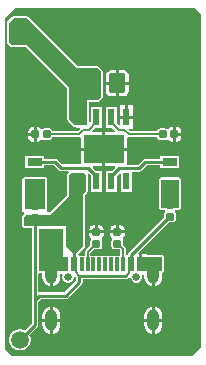
<source format=gtl>
G04*
G04 #@! TF.GenerationSoftware,Altium Limited,Altium Designer,24.2.2 (26)*
G04*
G04 Layer_Physical_Order=1*
G04 Layer_Color=255*
%FSLAX44Y44*%
%MOMM*%
G71*
G04*
G04 #@! TF.SameCoordinates,EEB9E67A-43F7-4525-8043-77EAD86446EF*
G04*
G04*
G04 #@! TF.FilePolarity,Positive*
G04*
G01*
G75*
%ADD11C,0.1524*%
%ADD13C,0.2032*%
G04:AMPARAMS|DCode=14|XSize=0.6mm|YSize=0.7mm|CornerRadius=0.075mm|HoleSize=0mm|Usage=FLASHONLY|Rotation=90.000|XOffset=0mm|YOffset=0mm|HoleType=Round|Shape=RoundedRectangle|*
%AMROUNDEDRECTD14*
21,1,0.6000,0.5500,0,0,90.0*
21,1,0.4500,0.7000,0,0,90.0*
1,1,0.1500,0.2750,0.2250*
1,1,0.1500,0.2750,-0.2250*
1,1,0.1500,-0.2750,-0.2250*
1,1,0.1500,-0.2750,0.2250*
%
%ADD14ROUNDEDRECTD14*%
G04:AMPARAMS|DCode=15|XSize=0.6mm|YSize=0.7mm|CornerRadius=0.075mm|HoleSize=0mm|Usage=FLASHONLY|Rotation=0.000|XOffset=0mm|YOffset=0mm|HoleType=Round|Shape=RoundedRectangle|*
%AMROUNDEDRECTD15*
21,1,0.6000,0.5500,0,0,0.0*
21,1,0.4500,0.7000,0,0,0.0*
1,1,0.1500,0.2250,-0.2750*
1,1,0.1500,-0.2250,-0.2750*
1,1,0.1500,-0.2250,0.2750*
1,1,0.1500,0.2250,0.2750*
%
%ADD15ROUNDEDRECTD15*%
%ADD16R,1.3000X0.7000*%
%ADD17R,0.5588X1.4605*%
G04:AMPARAMS|DCode=18|XSize=1.4mm|YSize=1.7mm|CornerRadius=0.175mm|HoleSize=0mm|Usage=FLASHONLY|Rotation=180.000|XOffset=0mm|YOffset=0mm|HoleType=Round|Shape=RoundedRectangle|*
%AMROUNDEDRECTD18*
21,1,1.4000,1.3500,0,0,180.0*
21,1,1.0500,1.7000,0,0,180.0*
1,1,0.3500,-0.5250,0.6750*
1,1,0.3500,0.5250,0.6750*
1,1,0.3500,0.5250,-0.6750*
1,1,0.3500,-0.5250,-0.6750*
%
%ADD18ROUNDEDRECTD18*%
%ADD19R,0.3048X1.1430*%
%ADD20R,0.7000X1.3000*%
%ADD24R,3.3528X2.3622*%
%ADD30R,0.5842X1.1430*%
%ADD31C,0.2540*%
%ADD32R,1.8758X1.1532*%
%ADD33R,2.0320X3.5662*%
%ADD34R,1.7780X2.5400*%
%ADD35R,1.5240X2.4130*%
%ADD36C,0.6604*%
%ADD37O,0.9906X2.1082*%
%ADD38O,0.9906X1.8034*%
%ADD39C,1.5000*%
%ADD40C,0.6096*%
G36*
X166370Y294640D02*
Y12700D01*
X158750Y5080D01*
X6350D01*
X-0Y11430D01*
X0Y290830D01*
X8890Y299720D01*
X161290D01*
X166370Y294640D01*
D02*
G37*
%LPC*%
G36*
X100500Y247344D02*
X96520D01*
Y237490D01*
X104874D01*
Y242970D01*
X104541Y244644D01*
X103593Y246063D01*
X102174Y247011D01*
X100500Y247344D01*
D02*
G37*
G36*
X93980D02*
X90000D01*
X88326Y247011D01*
X86907Y246063D01*
X85959Y244644D01*
X85626Y242970D01*
Y237490D01*
X93980D01*
Y247344D01*
D02*
G37*
G36*
X104874Y234950D02*
X96520D01*
Y225096D01*
X100500D01*
X102174Y225429D01*
X103593Y226377D01*
X104541Y227796D01*
X104874Y229470D01*
Y234950D01*
D02*
G37*
G36*
X93980D02*
X85626D01*
Y229470D01*
X85959Y227796D01*
X86907Y226377D01*
X88326Y225429D01*
X90000Y225096D01*
X93980D01*
Y234950D01*
D02*
G37*
G36*
X108204Y217424D02*
X104140D01*
Y208852D01*
X108204D01*
Y217424D01*
D02*
G37*
G36*
X101600D02*
X97536D01*
Y208852D01*
X101600D01*
Y217424D01*
D02*
G37*
G36*
X18288Y293242D02*
X7366D01*
X6200Y292758D01*
X2136Y288694D01*
X1652Y287528D01*
Y271272D01*
X2136Y270106D01*
X5184Y267058D01*
X6350Y266574D01*
X17859D01*
X52960Y231473D01*
Y205740D01*
X53444Y204574D01*
X58524Y199494D01*
X59690Y199010D01*
X60452D01*
Y198755D01*
X63172D01*
X63699Y197485D01*
X61843Y195630D01*
X40049D01*
Y195790D01*
X39872Y196677D01*
X39369Y197430D01*
X38617Y197932D01*
X37730Y198109D01*
X33230D01*
X32343Y197932D01*
X31912Y197644D01*
X30659Y197721D01*
X30327Y197825D01*
X30102Y198162D01*
X29014Y198889D01*
X27730Y199144D01*
X26750D01*
Y193040D01*
Y186936D01*
X27730D01*
X29014Y187191D01*
X30102Y187918D01*
X30327Y188255D01*
X30659Y188359D01*
X31912Y188436D01*
X32343Y188148D01*
X33230Y187971D01*
X37730D01*
X38617Y188148D01*
X39369Y188650D01*
X39872Y189403D01*
X40049Y190290D01*
Y190450D01*
X62916D01*
X63246Y190516D01*
X64516Y189643D01*
Y181610D01*
X82550D01*
Y194691D01*
X74546D01*
X74021Y195961D01*
X76814Y198755D01*
X81788D01*
Y216408D01*
X73152D01*
Y203251D01*
X72770Y202993D01*
X71500Y203669D01*
Y220600D01*
X78740D01*
X79906Y221084D01*
X82446Y223624D01*
X82930Y224790D01*
Y246380D01*
X82446Y247546D01*
X79906Y250086D01*
X78740Y250570D01*
X61643D01*
X19454Y292758D01*
X18288Y293242D01*
D02*
G37*
G36*
X145760Y199144D02*
X144780D01*
Y194310D01*
X149115D01*
Y195790D01*
X148859Y197074D01*
X148132Y198162D01*
X147044Y198889D01*
X145760Y199144D01*
D02*
G37*
G36*
X24210D02*
X23230D01*
X21946Y198889D01*
X20858Y198162D01*
X20131Y197074D01*
X19876Y195790D01*
Y194310D01*
X24210D01*
Y199144D01*
D02*
G37*
G36*
X149115Y191770D02*
X144780D01*
Y186936D01*
X145760D01*
X147044Y187191D01*
X148132Y187918D01*
X148859Y189006D01*
X149115Y190290D01*
Y191770D01*
D02*
G37*
G36*
X94488Y216408D02*
X85852D01*
Y198755D01*
X90826D01*
X93619Y195961D01*
X93094Y194691D01*
X85090D01*
Y181610D01*
X103124D01*
Y189643D01*
X104394Y190516D01*
X104724Y190450D01*
X128941D01*
Y190290D01*
X129118Y189403D01*
X129621Y188650D01*
X130373Y188148D01*
X131260Y187971D01*
X135760D01*
X136647Y188148D01*
X137078Y188436D01*
X138331Y188359D01*
X138663Y188255D01*
X138888Y187918D01*
X139976Y187191D01*
X141260Y186936D01*
X142240D01*
Y193040D01*
Y199144D01*
X141260D01*
X139976Y198889D01*
X138888Y198162D01*
X138663Y197825D01*
X138331Y197721D01*
X137078Y197644D01*
X136647Y197932D01*
X135760Y198109D01*
X131260D01*
X130373Y197932D01*
X129621Y197430D01*
X129118Y196677D01*
X128941Y195790D01*
Y195630D01*
X105797D01*
X104861Y196566D01*
X105347Y197739D01*
X108204D01*
Y206311D01*
X102870D01*
X97536D01*
Y201029D01*
X96363Y200543D01*
X94488Y202418D01*
Y216408D01*
D02*
G37*
G36*
X24210Y191770D02*
X19876D01*
Y190290D01*
X20131Y189006D01*
X20858Y187918D01*
X21946Y187191D01*
X23230Y186936D01*
X24210D01*
Y191770D01*
D02*
G37*
G36*
X82550Y179070D02*
X64516D01*
Y167568D01*
X48551D01*
X44584Y171534D01*
X43660Y172152D01*
X42570Y172369D01*
X42570Y172369D01*
X33424D01*
Y174544D01*
X17376D01*
Y164496D01*
X33424D01*
Y166671D01*
X41390D01*
X45357Y162705D01*
X45357Y162705D01*
X46281Y162087D01*
X47371Y161870D01*
X47371Y161870D01*
X53601D01*
X54127Y160600D01*
X53444Y159916D01*
X52960Y158750D01*
Y141653D01*
X38687Y127380D01*
X36535D01*
X35940Y128270D01*
Y154940D01*
X35456Y156106D01*
X34290Y156590D01*
X16510D01*
X15344Y156106D01*
X14860Y154940D01*
Y128270D01*
X15344Y127104D01*
X16016Y126825D01*
X16434Y125447D01*
X15344Y124356D01*
X14860Y123190D01*
Y115570D01*
X15344Y114404D01*
X15344Y114404D01*
X16510Y113920D01*
X22551Y113920D01*
Y52578D01*
X22551Y52578D01*
X22551Y52578D01*
Y32930D01*
X16752Y27131D01*
X16183Y27459D01*
X13888Y28074D01*
X11512D01*
X9217Y27459D01*
X7159Y26271D01*
X5479Y24591D01*
X4291Y22533D01*
X3676Y20238D01*
Y17862D01*
X4291Y15567D01*
X5479Y13509D01*
X7159Y11829D01*
X9217Y10641D01*
X11512Y10026D01*
X13888D01*
X16183Y10641D01*
X18241Y11829D01*
X19921Y13509D01*
X21109Y15567D01*
X21724Y17862D01*
Y20238D01*
X21109Y22533D01*
X20781Y23102D01*
X27414Y29736D01*
X27414Y29736D01*
X28032Y30660D01*
X28249Y31750D01*
X28249Y31750D01*
Y51398D01*
X30344Y53493D01*
X51516D01*
X51516Y53493D01*
X52606Y53710D01*
X53530Y54328D01*
X65022Y65819D01*
X65022Y65819D01*
X65639Y66743D01*
X65856Y67833D01*
X65856Y67833D01*
Y70303D01*
X102362D01*
X103452Y70520D01*
X104376Y71138D01*
X104994Y72062D01*
X105254Y72108D01*
X106524Y71408D01*
X107259Y69634D01*
X108616Y68277D01*
X110390Y67542D01*
X112310D01*
X114084Y68277D01*
X115441Y69634D01*
X116176Y71408D01*
Y73328D01*
X115977Y73807D01*
X116683Y74863D01*
X118092D01*
Y71780D01*
X118350Y69824D01*
X119105Y68001D01*
X120306Y66436D01*
X121871Y65235D01*
X123694Y64480D01*
X124380Y64390D01*
Y77368D01*
X126920D01*
Y64390D01*
X127606Y64480D01*
X129429Y65235D01*
X130994Y66436D01*
X132195Y68001D01*
X132950Y69824D01*
X133208Y71780D01*
Y75718D01*
X134374Y76202D01*
X134857Y77368D01*
Y88900D01*
X134374Y90066D01*
X133208Y90550D01*
X119911D01*
Y91373D01*
X115720D01*
Y83118D01*
X113180D01*
Y91373D01*
X112991D01*
X112505Y92546D01*
X138660Y118701D01*
X142450D01*
X143337Y118878D01*
X144089Y119381D01*
X144592Y120133D01*
X144768Y121020D01*
Y125520D01*
X144592Y126407D01*
X144089Y127159D01*
X143869Y128710D01*
X144204Y129160D01*
X147320D01*
X148486Y129644D01*
X148970Y130810D01*
Y154940D01*
X148486Y156106D01*
X147320Y156590D01*
X132080D01*
X130914Y156106D01*
X130430Y154940D01*
Y130810D01*
X130914Y129644D01*
X132080Y129160D01*
X135196D01*
X135531Y128710D01*
X135310Y127159D01*
X134808Y126407D01*
X134632Y125520D01*
Y122730D01*
X104556Y92655D01*
X103939Y91731D01*
X103722Y90640D01*
X103551Y90432D01*
X103185Y90428D01*
X102281Y91320D01*
Y96210D01*
X102103Y97102D01*
X101598Y97858D01*
X100318Y99138D01*
Y102660D01*
X100142Y103547D01*
X99854Y103978D01*
X99931Y105231D01*
X100035Y105563D01*
X100372Y105788D01*
X101099Y106876D01*
X101355Y108160D01*
Y109140D01*
X95250D01*
X89145D01*
Y108160D01*
X89401Y106876D01*
X90128Y105788D01*
X90465Y105563D01*
X90569Y105231D01*
X90646Y103978D01*
X90358Y103547D01*
X90182Y102660D01*
Y98160D01*
X90358Y97273D01*
X90861Y96521D01*
X91613Y96018D01*
X92500Y95841D01*
X97022D01*
X97619Y95245D01*
Y90357D01*
X72281D01*
Y92425D01*
X75698Y95841D01*
X80220D01*
X81107Y96018D01*
X81860Y96521D01*
X82362Y97273D01*
X82538Y98160D01*
Y102660D01*
X82362Y103547D01*
X82074Y103978D01*
X82151Y105231D01*
X82255Y105563D01*
X82592Y105788D01*
X83319Y106876D01*
X83574Y108160D01*
Y109140D01*
X77470D01*
X71365D01*
Y108160D01*
X71621Y106876D01*
X72348Y105788D01*
X72685Y105563D01*
X72789Y105231D01*
X72866Y103978D01*
X72578Y103547D01*
X72401Y102660D01*
Y99138D01*
X68302Y95038D01*
X67797Y94282D01*
X67619Y93390D01*
Y90357D01*
X62736D01*
X62210Y91627D01*
X67206Y96624D01*
X67690Y97790D01*
Y141557D01*
X69746Y143614D01*
X70230Y144780D01*
X70230Y158750D01*
X70037Y159215D01*
X71113Y159935D01*
X73152Y157896D01*
Y144272D01*
X81788D01*
Y161925D01*
X77181D01*
X74290Y164816D01*
X74776Y165989D01*
X82550D01*
Y179070D01*
D02*
G37*
G36*
X103124D02*
X85090D01*
Y165989D01*
X92864D01*
X93350Y164816D01*
X90459Y161925D01*
X85852D01*
Y144272D01*
X94488D01*
Y157896D01*
X97282Y160690D01*
X98552Y160164D01*
Y144272D01*
X107188D01*
Y161477D01*
X113525D01*
X113525Y161477D01*
X114616Y161694D01*
X115540Y162311D01*
X119900Y166671D01*
X131676D01*
Y164496D01*
X147724D01*
Y174544D01*
X131676D01*
Y172369D01*
X118720D01*
X118720Y172369D01*
X117630Y172152D01*
X116706Y171534D01*
X112346Y167174D01*
X103124D01*
Y179070D01*
D02*
G37*
G36*
X98000Y116014D02*
X96520D01*
Y111680D01*
X101355D01*
Y112660D01*
X101099Y113944D01*
X100372Y115032D01*
X99284Y115759D01*
X98000Y116014D01*
D02*
G37*
G36*
X80220D02*
X78740D01*
Y111680D01*
X83574D01*
Y112660D01*
X83319Y113944D01*
X82592Y115032D01*
X81504Y115759D01*
X80220Y116014D01*
D02*
G37*
G36*
X93980D02*
X92500D01*
X91216Y115759D01*
X90128Y115032D01*
X89401Y113944D01*
X89145Y112660D01*
Y111680D01*
X93980D01*
Y116014D01*
D02*
G37*
G36*
X76200D02*
X74720D01*
X73436Y115759D01*
X72348Y115032D01*
X71621Y113944D01*
X71365Y112660D01*
Y111680D01*
X76200D01*
Y116014D01*
D02*
G37*
G36*
X40520Y47023D02*
Y36838D01*
X46808D01*
Y39632D01*
X46550Y41588D01*
X45795Y43411D01*
X44594Y44976D01*
X43029Y46177D01*
X41206Y46932D01*
X40520Y47023D01*
D02*
G37*
G36*
X126920D02*
Y36838D01*
X133208D01*
Y39632D01*
X132950Y41588D01*
X132195Y43411D01*
X130994Y44976D01*
X129429Y46177D01*
X127606Y46932D01*
X126920Y47023D01*
D02*
G37*
G36*
X37980D02*
X37294Y46932D01*
X35471Y46177D01*
X33906Y44976D01*
X32705Y43411D01*
X31950Y41588D01*
X31692Y39632D01*
Y36838D01*
X37980D01*
Y47023D01*
D02*
G37*
G36*
X124380D02*
X123694Y46932D01*
X121871Y46177D01*
X120306Y44976D01*
X119105Y43411D01*
X118350Y41588D01*
X118092Y39632D01*
Y36838D01*
X124380D01*
Y47023D01*
D02*
G37*
G36*
X46808Y34298D02*
X40520D01*
Y24114D01*
X41206Y24204D01*
X43029Y24959D01*
X44594Y26160D01*
X45795Y27725D01*
X46550Y29548D01*
X46808Y31504D01*
Y34298D01*
D02*
G37*
G36*
X133208D02*
X126920D01*
Y24114D01*
X127606Y24204D01*
X129429Y24959D01*
X130994Y26160D01*
X132195Y27725D01*
X132950Y29548D01*
X133208Y31504D01*
Y34298D01*
D02*
G37*
G36*
X124380D02*
X118092D01*
Y31504D01*
X118350Y29548D01*
X119105Y27725D01*
X120306Y26160D01*
X121871Y24959D01*
X123694Y24204D01*
X124380Y24114D01*
Y34298D01*
D02*
G37*
G36*
X37980D02*
X31692D01*
Y31504D01*
X31950Y29548D01*
X32705Y27725D01*
X33906Y26160D01*
X35471Y24959D01*
X37294Y24204D01*
X37980Y24114D01*
Y34298D01*
D02*
G37*
%LPD*%
G36*
X60960Y248920D02*
X78740D01*
X81280Y246380D01*
Y224790D01*
X78740Y222250D01*
X69850D01*
Y201930D01*
X68580Y200660D01*
X59690D01*
X54610Y205740D01*
Y232156D01*
X18542Y268224D01*
X6350D01*
X3302Y271272D01*
Y287528D01*
X7366Y291592D01*
X18288D01*
X60960Y248920D01*
D02*
G37*
G36*
X68580Y158750D02*
X68580Y144780D01*
X66040Y142240D01*
Y97790D01*
X59690Y91440D01*
X58166D01*
X52070Y97536D01*
Y115569D01*
X16510Y115570D01*
Y123190D01*
X17780Y124460D01*
X38100D01*
X54610Y140970D01*
Y158750D01*
X55880Y160020D01*
X67310D01*
X68580Y158750D01*
D02*
G37*
G36*
X40520Y64390D02*
X41206Y64480D01*
X43029Y65235D01*
X44594Y66436D01*
X45795Y68001D01*
X46550Y69824D01*
X46808Y71780D01*
Y74863D01*
X48217D01*
X48923Y73807D01*
X48724Y73328D01*
Y71408D01*
X49459Y69634D01*
X50816Y68277D01*
X52590Y67542D01*
X54510D01*
X56284Y68277D01*
X57641Y69634D01*
X58376Y71408D01*
Y71816D01*
X59646Y72453D01*
X60159Y72070D01*
Y69013D01*
X50336Y59191D01*
X29164D01*
X29164Y59191D01*
X28249Y59942D01*
Y75076D01*
X29210Y75718D01*
X31692D01*
Y71780D01*
X31950Y69824D01*
X32705Y68001D01*
X33906Y66436D01*
X35471Y65235D01*
X37294Y64480D01*
X37980Y64390D01*
Y77368D01*
X40520D01*
Y64390D01*
D02*
G37*
D11*
X102362Y73152D02*
X105220Y76010D01*
X106570Y83238D02*
Y90640D01*
X105220Y76010D02*
Y81888D01*
X60124Y76035D02*
Y81444D01*
Y76035D02*
X63007Y73152D01*
X58450Y83118D02*
X60124Y81444D01*
X105220Y81888D02*
X106570Y83238D01*
X95750Y100410D02*
X99950Y96210D01*
Y83118D02*
Y96210D01*
X69950Y93390D02*
X76970Y100410D01*
X77470D01*
X69950Y83118D02*
Y93390D01*
D13*
X125650Y77368D02*
Y79481D01*
X122013Y83118D02*
X125650Y79481D01*
X101041Y196723D02*
X104724Y193040D01*
X96520Y196723D02*
X101041D01*
X90170Y203073D02*
X96520Y196723D01*
X104724Y193040D02*
X133510D01*
X90170Y203073D02*
Y207582D01*
X62916Y193040D02*
X66409Y196532D01*
X35480Y193040D02*
X62916D01*
X66409Y196532D02*
X70929D01*
X77470Y203073D01*
Y207582D01*
D14*
X25400Y121920D02*
D03*
Y131920D02*
D03*
X95250Y110410D02*
D03*
Y100410D02*
D03*
X139700Y123270D02*
D03*
Y133270D02*
D03*
X77470Y100410D02*
D03*
Y110410D02*
D03*
D15*
X25480Y193040D02*
D03*
X35480D02*
D03*
X143510D02*
D03*
X133510D02*
D03*
D16*
X25400Y150520D02*
D03*
Y169520D02*
D03*
X139700Y150520D02*
D03*
Y169520D02*
D03*
D17*
X64770Y207582D02*
D03*
X77470D02*
D03*
X90170D02*
D03*
X102870D02*
D03*
Y153098D02*
D03*
X90170D02*
D03*
X77470D02*
D03*
X64770D02*
D03*
D18*
X72390Y236220D02*
D03*
X95250D02*
D03*
D19*
X64950Y83118D02*
D03*
X69950D02*
D03*
X74950D02*
D03*
X79950D02*
D03*
X84950D02*
D03*
X89950D02*
D03*
X94950D02*
D03*
X99950D02*
D03*
D20*
X59030Y105410D02*
D03*
X40030D02*
D03*
D24*
X83820Y180340D02*
D03*
D30*
X50450Y83118D02*
D03*
X58450D02*
D03*
X106450D02*
D03*
X114450D02*
D03*
D31*
X29164Y56342D02*
X51516D01*
X63007Y67833D02*
Y73152D01*
X51516Y56342D02*
X63007Y67833D01*
Y73152D02*
X102362D01*
X106570Y90640D02*
X139200Y123270D01*
X58450Y83118D02*
X58740Y83408D01*
X139200Y123270D02*
X139700D01*
X25400Y31750D02*
Y52578D01*
X12700Y19050D02*
X25400Y31750D01*
Y52578D02*
X29164Y56342D01*
X25400Y52578D02*
Y121920D01*
X58740Y105120D02*
X59030Y105410D01*
X58740Y83408D02*
Y105120D01*
X95250Y100410D02*
X95750D01*
X42570Y169520D02*
X47371Y164719D01*
X70358D01*
X25400Y169520D02*
X42570D01*
X113525Y164326D02*
X118720Y169520D01*
X96889Y164326D02*
X113525D01*
X118720Y169520D02*
X139700D01*
X70358Y164719D02*
X77470Y157607D01*
Y153098D02*
Y157607D01*
X90170Y153098D02*
Y157607D01*
X96889Y164326D01*
D32*
X123829Y83134D02*
D03*
D33*
X39370Y95199D02*
D03*
D34*
X25400Y142240D02*
D03*
D35*
X139700Y142875D02*
D03*
D36*
X53550Y72368D02*
D03*
X111350D02*
D03*
D37*
X39250Y77368D02*
D03*
X125650D02*
D03*
D38*
Y35568D02*
D03*
X39250D02*
D03*
D39*
X12700Y19050D02*
D03*
Y279400D02*
D03*
X152400D02*
D03*
Y19050D02*
D03*
D40*
X125650Y79481D02*
Y82829D01*
Y77368D02*
Y79481D01*
Y71907D02*
Y77368D01*
X39250Y31631D02*
Y39505D01*
X125650Y31631D02*
Y39505D01*
X39250Y71907D02*
Y82829D01*
M02*

</source>
